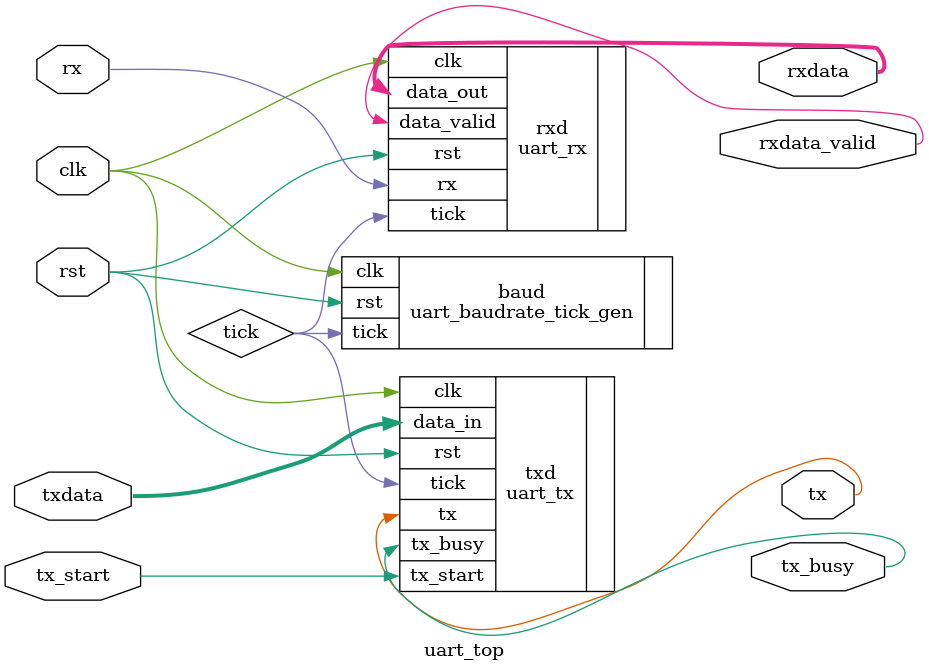
<source format=v>
`timescale 1ns / 1ps


module uart_top(
    input clk, rst,
    input rx,
    input tx_start,
    input [7:0] txdata,
    
    output tx_busy,
    output tx,
    output [7:0] rxdata,
    output rxdata_valid
    );
    
    wire tick;
    
    uart_baudrate_tick_gen baud ( .clk(clk), .rst(rst), .tick(tick) );
    
    uart_tx txd (.clk(clk), .rst(rst), .tick(tick),
                .tx_start(tx_start),
                .data_in(txdata),
                .tx_busy(tx_busy),
                .tx(tx) ) ;
     
    uart_rx rxd (.clk(clk), .rst(rst), .tick(tick),
                 .rx(rx),
                 .data_out(rxdata),
                 .data_valid(rxdata_valid) ) ;
endmodule

</source>
